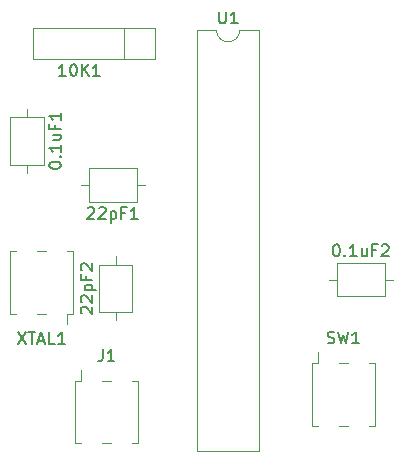
<source format=gbr>
%TF.GenerationSoftware,KiCad,Pcbnew,9.0.7*%
%TF.CreationDate,2026-02-11T23:59:08+05:30*%
%TF.ProjectId,simple MCU board,73696d70-6c65-4204-9d43-5520626f6172,rev?*%
%TF.SameCoordinates,Original*%
%TF.FileFunction,Legend,Top*%
%TF.FilePolarity,Positive*%
%FSLAX46Y46*%
G04 Gerber Fmt 4.6, Leading zero omitted, Abs format (unit mm)*
G04 Created by KiCad (PCBNEW 9.0.7) date 2026-02-11 23:59:08*
%MOMM*%
%LPD*%
G01*
G04 APERTURE LIST*
%ADD10C,0.150000*%
%ADD11C,0.120000*%
G04 APERTURE END LIST*
D10*
X123936667Y-97367200D02*
X124079524Y-97414819D01*
X124079524Y-97414819D02*
X124317619Y-97414819D01*
X124317619Y-97414819D02*
X124412857Y-97367200D01*
X124412857Y-97367200D02*
X124460476Y-97319580D01*
X124460476Y-97319580D02*
X124508095Y-97224342D01*
X124508095Y-97224342D02*
X124508095Y-97129104D01*
X124508095Y-97129104D02*
X124460476Y-97033866D01*
X124460476Y-97033866D02*
X124412857Y-96986247D01*
X124412857Y-96986247D02*
X124317619Y-96938628D01*
X124317619Y-96938628D02*
X124127143Y-96891009D01*
X124127143Y-96891009D02*
X124031905Y-96843390D01*
X124031905Y-96843390D02*
X123984286Y-96795771D01*
X123984286Y-96795771D02*
X123936667Y-96700533D01*
X123936667Y-96700533D02*
X123936667Y-96605295D01*
X123936667Y-96605295D02*
X123984286Y-96510057D01*
X123984286Y-96510057D02*
X124031905Y-96462438D01*
X124031905Y-96462438D02*
X124127143Y-96414819D01*
X124127143Y-96414819D02*
X124365238Y-96414819D01*
X124365238Y-96414819D02*
X124508095Y-96462438D01*
X124841429Y-96414819D02*
X125079524Y-97414819D01*
X125079524Y-97414819D02*
X125270000Y-96700533D01*
X125270000Y-96700533D02*
X125460476Y-97414819D01*
X125460476Y-97414819D02*
X125698572Y-96414819D01*
X126603333Y-97414819D02*
X126031905Y-97414819D01*
X126317619Y-97414819D02*
X126317619Y-96414819D01*
X126317619Y-96414819D02*
X126222381Y-96557676D01*
X126222381Y-96557676D02*
X126127143Y-96652914D01*
X126127143Y-96652914D02*
X126031905Y-96700533D01*
X114758095Y-69314819D02*
X114758095Y-70124342D01*
X114758095Y-70124342D02*
X114805714Y-70219580D01*
X114805714Y-70219580D02*
X114853333Y-70267200D01*
X114853333Y-70267200D02*
X114948571Y-70314819D01*
X114948571Y-70314819D02*
X115139047Y-70314819D01*
X115139047Y-70314819D02*
X115234285Y-70267200D01*
X115234285Y-70267200D02*
X115281904Y-70219580D01*
X115281904Y-70219580D02*
X115329523Y-70124342D01*
X115329523Y-70124342D02*
X115329523Y-69314819D01*
X116329523Y-70314819D02*
X115758095Y-70314819D01*
X116043809Y-70314819D02*
X116043809Y-69314819D01*
X116043809Y-69314819D02*
X115948571Y-69457676D01*
X115948571Y-69457676D02*
X115853333Y-69552914D01*
X115853333Y-69552914D02*
X115758095Y-69600533D01*
X101753333Y-74764819D02*
X101181905Y-74764819D01*
X101467619Y-74764819D02*
X101467619Y-73764819D01*
X101467619Y-73764819D02*
X101372381Y-73907676D01*
X101372381Y-73907676D02*
X101277143Y-74002914D01*
X101277143Y-74002914D02*
X101181905Y-74050533D01*
X102372381Y-73764819D02*
X102467619Y-73764819D01*
X102467619Y-73764819D02*
X102562857Y-73812438D01*
X102562857Y-73812438D02*
X102610476Y-73860057D01*
X102610476Y-73860057D02*
X102658095Y-73955295D01*
X102658095Y-73955295D02*
X102705714Y-74145771D01*
X102705714Y-74145771D02*
X102705714Y-74383866D01*
X102705714Y-74383866D02*
X102658095Y-74574342D01*
X102658095Y-74574342D02*
X102610476Y-74669580D01*
X102610476Y-74669580D02*
X102562857Y-74717200D01*
X102562857Y-74717200D02*
X102467619Y-74764819D01*
X102467619Y-74764819D02*
X102372381Y-74764819D01*
X102372381Y-74764819D02*
X102277143Y-74717200D01*
X102277143Y-74717200D02*
X102229524Y-74669580D01*
X102229524Y-74669580D02*
X102181905Y-74574342D01*
X102181905Y-74574342D02*
X102134286Y-74383866D01*
X102134286Y-74383866D02*
X102134286Y-74145771D01*
X102134286Y-74145771D02*
X102181905Y-73955295D01*
X102181905Y-73955295D02*
X102229524Y-73860057D01*
X102229524Y-73860057D02*
X102277143Y-73812438D01*
X102277143Y-73812438D02*
X102372381Y-73764819D01*
X103134286Y-74764819D02*
X103134286Y-73764819D01*
X103705714Y-74764819D02*
X103277143Y-74193390D01*
X103705714Y-73764819D02*
X103134286Y-74336247D01*
X104658095Y-74764819D02*
X104086667Y-74764819D01*
X104372381Y-74764819D02*
X104372381Y-73764819D01*
X104372381Y-73764819D02*
X104277143Y-73907676D01*
X104277143Y-73907676D02*
X104181905Y-74002914D01*
X104181905Y-74002914D02*
X104086667Y-74050533D01*
X104896666Y-97914819D02*
X104896666Y-98629104D01*
X104896666Y-98629104D02*
X104849047Y-98771961D01*
X104849047Y-98771961D02*
X104753809Y-98867200D01*
X104753809Y-98867200D02*
X104610952Y-98914819D01*
X104610952Y-98914819D02*
X104515714Y-98914819D01*
X105896666Y-98914819D02*
X105325238Y-98914819D01*
X105610952Y-98914819D02*
X105610952Y-97914819D01*
X105610952Y-97914819D02*
X105515714Y-98057676D01*
X105515714Y-98057676D02*
X105420476Y-98152914D01*
X105420476Y-98152914D02*
X105325238Y-98200533D01*
X103630952Y-85970057D02*
X103678571Y-85922438D01*
X103678571Y-85922438D02*
X103773809Y-85874819D01*
X103773809Y-85874819D02*
X104011904Y-85874819D01*
X104011904Y-85874819D02*
X104107142Y-85922438D01*
X104107142Y-85922438D02*
X104154761Y-85970057D01*
X104154761Y-85970057D02*
X104202380Y-86065295D01*
X104202380Y-86065295D02*
X104202380Y-86160533D01*
X104202380Y-86160533D02*
X104154761Y-86303390D01*
X104154761Y-86303390D02*
X103583333Y-86874819D01*
X103583333Y-86874819D02*
X104202380Y-86874819D01*
X104583333Y-85970057D02*
X104630952Y-85922438D01*
X104630952Y-85922438D02*
X104726190Y-85874819D01*
X104726190Y-85874819D02*
X104964285Y-85874819D01*
X104964285Y-85874819D02*
X105059523Y-85922438D01*
X105059523Y-85922438D02*
X105107142Y-85970057D01*
X105107142Y-85970057D02*
X105154761Y-86065295D01*
X105154761Y-86065295D02*
X105154761Y-86160533D01*
X105154761Y-86160533D02*
X105107142Y-86303390D01*
X105107142Y-86303390D02*
X104535714Y-86874819D01*
X104535714Y-86874819D02*
X105154761Y-86874819D01*
X105583333Y-86208152D02*
X105583333Y-87208152D01*
X105583333Y-86255771D02*
X105678571Y-86208152D01*
X105678571Y-86208152D02*
X105869047Y-86208152D01*
X105869047Y-86208152D02*
X105964285Y-86255771D01*
X105964285Y-86255771D02*
X106011904Y-86303390D01*
X106011904Y-86303390D02*
X106059523Y-86398628D01*
X106059523Y-86398628D02*
X106059523Y-86684342D01*
X106059523Y-86684342D02*
X106011904Y-86779580D01*
X106011904Y-86779580D02*
X105964285Y-86827200D01*
X105964285Y-86827200D02*
X105869047Y-86874819D01*
X105869047Y-86874819D02*
X105678571Y-86874819D01*
X105678571Y-86874819D02*
X105583333Y-86827200D01*
X106821428Y-86351009D02*
X106488095Y-86351009D01*
X106488095Y-86874819D02*
X106488095Y-85874819D01*
X106488095Y-85874819D02*
X106964285Y-85874819D01*
X107869047Y-86874819D02*
X107297619Y-86874819D01*
X107583333Y-86874819D02*
X107583333Y-85874819D01*
X107583333Y-85874819D02*
X107488095Y-86017676D01*
X107488095Y-86017676D02*
X107392857Y-86112914D01*
X107392857Y-86112914D02*
X107297619Y-86160533D01*
X100374819Y-82369047D02*
X100374819Y-82273809D01*
X100374819Y-82273809D02*
X100422438Y-82178571D01*
X100422438Y-82178571D02*
X100470057Y-82130952D01*
X100470057Y-82130952D02*
X100565295Y-82083333D01*
X100565295Y-82083333D02*
X100755771Y-82035714D01*
X100755771Y-82035714D02*
X100993866Y-82035714D01*
X100993866Y-82035714D02*
X101184342Y-82083333D01*
X101184342Y-82083333D02*
X101279580Y-82130952D01*
X101279580Y-82130952D02*
X101327200Y-82178571D01*
X101327200Y-82178571D02*
X101374819Y-82273809D01*
X101374819Y-82273809D02*
X101374819Y-82369047D01*
X101374819Y-82369047D02*
X101327200Y-82464285D01*
X101327200Y-82464285D02*
X101279580Y-82511904D01*
X101279580Y-82511904D02*
X101184342Y-82559523D01*
X101184342Y-82559523D02*
X100993866Y-82607142D01*
X100993866Y-82607142D02*
X100755771Y-82607142D01*
X100755771Y-82607142D02*
X100565295Y-82559523D01*
X100565295Y-82559523D02*
X100470057Y-82511904D01*
X100470057Y-82511904D02*
X100422438Y-82464285D01*
X100422438Y-82464285D02*
X100374819Y-82369047D01*
X101279580Y-81607142D02*
X101327200Y-81559523D01*
X101327200Y-81559523D02*
X101374819Y-81607142D01*
X101374819Y-81607142D02*
X101327200Y-81654761D01*
X101327200Y-81654761D02*
X101279580Y-81607142D01*
X101279580Y-81607142D02*
X101374819Y-81607142D01*
X101374819Y-80607143D02*
X101374819Y-81178571D01*
X101374819Y-80892857D02*
X100374819Y-80892857D01*
X100374819Y-80892857D02*
X100517676Y-80988095D01*
X100517676Y-80988095D02*
X100612914Y-81083333D01*
X100612914Y-81083333D02*
X100660533Y-81178571D01*
X100708152Y-79750000D02*
X101374819Y-79750000D01*
X100708152Y-80178571D02*
X101231961Y-80178571D01*
X101231961Y-80178571D02*
X101327200Y-80130952D01*
X101327200Y-80130952D02*
X101374819Y-80035714D01*
X101374819Y-80035714D02*
X101374819Y-79892857D01*
X101374819Y-79892857D02*
X101327200Y-79797619D01*
X101327200Y-79797619D02*
X101279580Y-79750000D01*
X100851009Y-78940476D02*
X100851009Y-79273809D01*
X101374819Y-79273809D02*
X100374819Y-79273809D01*
X100374819Y-79273809D02*
X100374819Y-78797619D01*
X101374819Y-77892857D02*
X101374819Y-78464285D01*
X101374819Y-78178571D02*
X100374819Y-78178571D01*
X100374819Y-78178571D02*
X100517676Y-78273809D01*
X100517676Y-78273809D02*
X100612914Y-78369047D01*
X100612914Y-78369047D02*
X100660533Y-78464285D01*
X124630952Y-89034819D02*
X124726190Y-89034819D01*
X124726190Y-89034819D02*
X124821428Y-89082438D01*
X124821428Y-89082438D02*
X124869047Y-89130057D01*
X124869047Y-89130057D02*
X124916666Y-89225295D01*
X124916666Y-89225295D02*
X124964285Y-89415771D01*
X124964285Y-89415771D02*
X124964285Y-89653866D01*
X124964285Y-89653866D02*
X124916666Y-89844342D01*
X124916666Y-89844342D02*
X124869047Y-89939580D01*
X124869047Y-89939580D02*
X124821428Y-89987200D01*
X124821428Y-89987200D02*
X124726190Y-90034819D01*
X124726190Y-90034819D02*
X124630952Y-90034819D01*
X124630952Y-90034819D02*
X124535714Y-89987200D01*
X124535714Y-89987200D02*
X124488095Y-89939580D01*
X124488095Y-89939580D02*
X124440476Y-89844342D01*
X124440476Y-89844342D02*
X124392857Y-89653866D01*
X124392857Y-89653866D02*
X124392857Y-89415771D01*
X124392857Y-89415771D02*
X124440476Y-89225295D01*
X124440476Y-89225295D02*
X124488095Y-89130057D01*
X124488095Y-89130057D02*
X124535714Y-89082438D01*
X124535714Y-89082438D02*
X124630952Y-89034819D01*
X125392857Y-89939580D02*
X125440476Y-89987200D01*
X125440476Y-89987200D02*
X125392857Y-90034819D01*
X125392857Y-90034819D02*
X125345238Y-89987200D01*
X125345238Y-89987200D02*
X125392857Y-89939580D01*
X125392857Y-89939580D02*
X125392857Y-90034819D01*
X126392856Y-90034819D02*
X125821428Y-90034819D01*
X126107142Y-90034819D02*
X126107142Y-89034819D01*
X126107142Y-89034819D02*
X126011904Y-89177676D01*
X126011904Y-89177676D02*
X125916666Y-89272914D01*
X125916666Y-89272914D02*
X125821428Y-89320533D01*
X127249999Y-89368152D02*
X127249999Y-90034819D01*
X126821428Y-89368152D02*
X126821428Y-89891961D01*
X126821428Y-89891961D02*
X126869047Y-89987200D01*
X126869047Y-89987200D02*
X126964285Y-90034819D01*
X126964285Y-90034819D02*
X127107142Y-90034819D01*
X127107142Y-90034819D02*
X127202380Y-89987200D01*
X127202380Y-89987200D02*
X127249999Y-89939580D01*
X128059523Y-89511009D02*
X127726190Y-89511009D01*
X127726190Y-90034819D02*
X127726190Y-89034819D01*
X127726190Y-89034819D02*
X128202380Y-89034819D01*
X128535714Y-89130057D02*
X128583333Y-89082438D01*
X128583333Y-89082438D02*
X128678571Y-89034819D01*
X128678571Y-89034819D02*
X128916666Y-89034819D01*
X128916666Y-89034819D02*
X129011904Y-89082438D01*
X129011904Y-89082438D02*
X129059523Y-89130057D01*
X129059523Y-89130057D02*
X129107142Y-89225295D01*
X129107142Y-89225295D02*
X129107142Y-89320533D01*
X129107142Y-89320533D02*
X129059523Y-89463390D01*
X129059523Y-89463390D02*
X128488095Y-90034819D01*
X128488095Y-90034819D02*
X129107142Y-90034819D01*
X103130057Y-94869047D02*
X103082438Y-94821428D01*
X103082438Y-94821428D02*
X103034819Y-94726190D01*
X103034819Y-94726190D02*
X103034819Y-94488095D01*
X103034819Y-94488095D02*
X103082438Y-94392857D01*
X103082438Y-94392857D02*
X103130057Y-94345238D01*
X103130057Y-94345238D02*
X103225295Y-94297619D01*
X103225295Y-94297619D02*
X103320533Y-94297619D01*
X103320533Y-94297619D02*
X103463390Y-94345238D01*
X103463390Y-94345238D02*
X104034819Y-94916666D01*
X104034819Y-94916666D02*
X104034819Y-94297619D01*
X103130057Y-93916666D02*
X103082438Y-93869047D01*
X103082438Y-93869047D02*
X103034819Y-93773809D01*
X103034819Y-93773809D02*
X103034819Y-93535714D01*
X103034819Y-93535714D02*
X103082438Y-93440476D01*
X103082438Y-93440476D02*
X103130057Y-93392857D01*
X103130057Y-93392857D02*
X103225295Y-93345238D01*
X103225295Y-93345238D02*
X103320533Y-93345238D01*
X103320533Y-93345238D02*
X103463390Y-93392857D01*
X103463390Y-93392857D02*
X104034819Y-93964285D01*
X104034819Y-93964285D02*
X104034819Y-93345238D01*
X103368152Y-92916666D02*
X104368152Y-92916666D01*
X103415771Y-92916666D02*
X103368152Y-92821428D01*
X103368152Y-92821428D02*
X103368152Y-92630952D01*
X103368152Y-92630952D02*
X103415771Y-92535714D01*
X103415771Y-92535714D02*
X103463390Y-92488095D01*
X103463390Y-92488095D02*
X103558628Y-92440476D01*
X103558628Y-92440476D02*
X103844342Y-92440476D01*
X103844342Y-92440476D02*
X103939580Y-92488095D01*
X103939580Y-92488095D02*
X103987200Y-92535714D01*
X103987200Y-92535714D02*
X104034819Y-92630952D01*
X104034819Y-92630952D02*
X104034819Y-92821428D01*
X104034819Y-92821428D02*
X103987200Y-92916666D01*
X103511009Y-91678571D02*
X103511009Y-92011904D01*
X104034819Y-92011904D02*
X103034819Y-92011904D01*
X103034819Y-92011904D02*
X103034819Y-91535714D01*
X103130057Y-91202380D02*
X103082438Y-91154761D01*
X103082438Y-91154761D02*
X103034819Y-91059523D01*
X103034819Y-91059523D02*
X103034819Y-90821428D01*
X103034819Y-90821428D02*
X103082438Y-90726190D01*
X103082438Y-90726190D02*
X103130057Y-90678571D01*
X103130057Y-90678571D02*
X103225295Y-90630952D01*
X103225295Y-90630952D02*
X103320533Y-90630952D01*
X103320533Y-90630952D02*
X103463390Y-90678571D01*
X103463390Y-90678571D02*
X104034819Y-91249999D01*
X104034819Y-91249999D02*
X104034819Y-90630952D01*
X97706190Y-96454819D02*
X98372856Y-97454819D01*
X98372856Y-96454819D02*
X97706190Y-97454819D01*
X98610952Y-96454819D02*
X99182380Y-96454819D01*
X98896666Y-97454819D02*
X98896666Y-96454819D01*
X99468095Y-97169104D02*
X99944285Y-97169104D01*
X99372857Y-97454819D02*
X99706190Y-96454819D01*
X99706190Y-96454819D02*
X100039523Y-97454819D01*
X100849047Y-97454819D02*
X100372857Y-97454819D01*
X100372857Y-97454819D02*
X100372857Y-96454819D01*
X101706190Y-97454819D02*
X101134762Y-97454819D01*
X101420476Y-97454819D02*
X101420476Y-96454819D01*
X101420476Y-96454819D02*
X101325238Y-96597676D01*
X101325238Y-96597676D02*
X101230000Y-96692914D01*
X101230000Y-96692914D02*
X101134762Y-96740533D01*
D11*
%TO.C,SW1*%
X122620000Y-99080000D02*
X122620000Y-104380000D01*
X122620000Y-104380000D02*
X123105000Y-104380000D01*
X123105000Y-98170000D02*
X123105000Y-99080000D01*
X123105000Y-99080000D02*
X122620000Y-99080000D01*
X124895000Y-99080000D02*
X125645000Y-99080000D01*
X124895000Y-104380000D02*
X125645000Y-104380000D01*
X127435000Y-99080000D02*
X127920000Y-99080000D01*
X127920000Y-99080000D02*
X127920000Y-104380000D01*
X127920000Y-104380000D02*
X127435000Y-104380000D01*
%TO.C,U1*%
X112870000Y-70860000D02*
X112870000Y-106540000D01*
X112870000Y-106540000D02*
X118170000Y-106540000D01*
X114520000Y-70860000D02*
X112870000Y-70860000D01*
X118170000Y-70860000D02*
X116520000Y-70860000D01*
X118170000Y-106540000D02*
X118170000Y-70860000D01*
X116520000Y-70860000D02*
G75*
G02*
X114520000Y-70860000I-1000000J0D01*
G01*
%TO.C,10K1*%
X106730000Y-73310000D02*
X106730000Y-70690000D01*
X109350000Y-73310000D02*
X99030000Y-73310000D01*
X99030000Y-70690000D01*
X109350000Y-70690000D01*
X109350000Y-73310000D01*
%TO.C,J1*%
X102580000Y-100580000D02*
X102580000Y-105880000D01*
X102580000Y-105880000D02*
X103065000Y-105880000D01*
X103065000Y-99670000D02*
X103065000Y-100580000D01*
X103065000Y-100580000D02*
X102580000Y-100580000D01*
X104855000Y-100580000D02*
X105605000Y-100580000D01*
X104855000Y-105880000D02*
X105605000Y-105880000D01*
X107395000Y-100580000D02*
X107880000Y-100580000D01*
X107880000Y-100580000D02*
X107880000Y-105880000D01*
X107880000Y-105880000D02*
X107395000Y-105880000D01*
%TO.C,22pF1*%
X103040000Y-84000000D02*
X103730000Y-84000000D01*
X108460000Y-84000000D02*
X107770000Y-84000000D01*
X107770000Y-85420000D02*
X103730000Y-85420000D01*
X103730000Y-82580000D01*
X107770000Y-82580000D01*
X107770000Y-85420000D01*
%TO.C,0.1uF1*%
X98500000Y-77540000D02*
X98500000Y-78230000D01*
X98500000Y-82960000D02*
X98500000Y-82270000D01*
X99920000Y-78230000D02*
X97080000Y-78230000D01*
X97080000Y-82270000D01*
X99920000Y-82270000D01*
X99920000Y-78230000D01*
%TO.C,0.1uF2*%
X124040000Y-92000000D02*
X124730000Y-92000000D01*
X129460000Y-92000000D02*
X128770000Y-92000000D01*
X124730000Y-90580000D02*
X128770000Y-90580000D01*
X128770000Y-93420000D01*
X124730000Y-93420000D01*
X124730000Y-90580000D01*
%TO.C,22pF2*%
X106000000Y-90040000D02*
X106000000Y-90730000D01*
X106000000Y-95460000D02*
X106000000Y-94770000D01*
X104580000Y-94770000D02*
X107420000Y-94770000D01*
X107420000Y-90730000D01*
X104580000Y-90730000D01*
X104580000Y-94770000D01*
%TO.C,XTAL1*%
X97080000Y-89580000D02*
X97565000Y-89580000D01*
X97080000Y-94880000D02*
X97080000Y-89580000D01*
X97565000Y-94880000D02*
X97080000Y-94880000D01*
X100105000Y-89580000D02*
X99355000Y-89580000D01*
X100105000Y-94880000D02*
X99355000Y-94880000D01*
X101895000Y-94880000D02*
X102380000Y-94880000D01*
X101895000Y-95790000D02*
X101895000Y-94880000D01*
X102380000Y-89580000D02*
X101895000Y-89580000D01*
X102380000Y-94880000D02*
X102380000Y-89580000D01*
%TD*%
M02*

</source>
